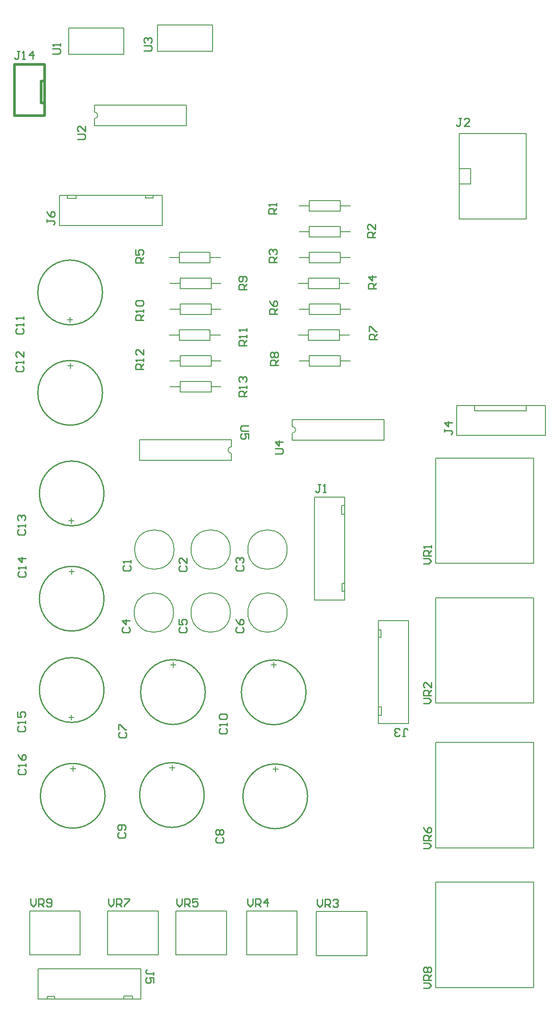
<source format=gbr>
%TF.GenerationSoftware,Altium Limited,Altium Designer,20.2.6 (244)*%
G04 Layer_Color=65535*
%FSLAX25Y25*%
%MOIN*%
%TF.SameCoordinates,4E670328-AEE6-478B-A443-65E8FA6A96A8*%
%TF.FilePolarity,Positive*%
%TF.FileFunction,Legend,Top*%
%TF.Part,Single*%
G01*
G75*
%TA.AperFunction,NonConductor*%
%ADD44C,0.01000*%
%ADD45C,0.00787*%
%ADD46C,0.01968*%
%ADD47C,0.00700*%
D44*
X638039Y546654D02*
G03*
X638039Y546654I-24654J0D01*
G01*
X639220Y389961D02*
G03*
X639220Y389961I-24654J0D01*
G01*
X638039Y623032D02*
G03*
X638039Y623032I-24654J0D01*
G01*
X639220Y320472D02*
G03*
X639220Y320472I-24654J0D01*
G01*
Y470079D02*
G03*
X639220Y470079I-24654J0D01*
G01*
X640008Y239961D02*
G03*
X640008Y239961I-24654J0D01*
G01*
X716385Y318897D02*
G03*
X716385Y318897I-24654J0D01*
G01*
X794337Y239567D02*
G03*
X794337Y239567I-24654J0D01*
G01*
X715597Y240551D02*
G03*
X715597Y240551I-24654J0D01*
G01*
X793157Y318701D02*
G03*
X793157Y318701I-24654J0D01*
G01*
X898445Y518808D02*
Y516808D01*
Y517808D01*
X903443D01*
X904443Y516808D01*
Y515809D01*
X903443Y514809D01*
X904443Y523806D02*
X898445D01*
X901444Y520807D01*
Y524806D01*
X882433Y310266D02*
X886431D01*
X888431Y312265D01*
X886431Y314264D01*
X882433D01*
X888431Y316264D02*
X882433D01*
Y319263D01*
X883432Y320262D01*
X885432D01*
X886431Y319263D01*
Y316264D01*
Y318263D02*
X888431Y320262D01*
Y326260D02*
Y322262D01*
X884432Y326260D01*
X883432D01*
X882433Y325261D01*
Y323261D01*
X883432Y322262D01*
X882433Y416565D02*
X886431D01*
X888431Y418564D01*
X886431Y420564D01*
X882433D01*
X888431Y422563D02*
X882433D01*
Y425562D01*
X883432Y426561D01*
X885432D01*
X886431Y425562D01*
Y422563D01*
Y424562D02*
X888431Y426561D01*
Y428561D02*
Y430560D01*
Y429561D01*
X882433D01*
X883432Y428561D01*
X669593Y807087D02*
X674591D01*
X675591Y808086D01*
Y810086D01*
X674591Y811085D01*
X669593D01*
X670592Y813085D02*
X669593Y814084D01*
Y816084D01*
X670592Y817083D01*
X671592D01*
X672591Y816084D01*
Y815084D01*
Y816084D01*
X673591Y817083D01*
X674591D01*
X675591Y816084D01*
Y814084D01*
X674591Y813085D01*
X599907Y804724D02*
X604906D01*
X605906Y805724D01*
Y807723D01*
X604906Y808723D01*
X599907D01*
X605906Y810723D02*
Y812722D01*
Y811722D01*
X599907D01*
X600907Y810723D01*
X618781Y739524D02*
X623779D01*
X624779Y740524D01*
Y742523D01*
X623779Y743523D01*
X618781D01*
X624779Y749521D02*
Y745522D01*
X620780Y749521D01*
X619781D01*
X618781Y748521D01*
Y746522D01*
X619781Y745522D01*
X846063Y664961D02*
X840065D01*
Y667960D01*
X841065Y668959D01*
X843064D01*
X844064Y667960D01*
Y664961D01*
Y666960D02*
X846063Y668959D01*
Y674957D02*
Y670959D01*
X842064Y674957D01*
X841065D01*
X840065Y673958D01*
Y671958D01*
X841065Y670959D01*
X770472Y683071D02*
X764474D01*
Y686070D01*
X765474Y687070D01*
X767473D01*
X768473Y686070D01*
Y683071D01*
Y685070D02*
X770472Y687070D01*
Y689069D02*
Y691068D01*
Y690069D01*
X764474D01*
X765474Y689069D01*
X911479Y755604D02*
X909480D01*
X910479D01*
Y750606D01*
X909480Y749606D01*
X908480D01*
X907480Y750606D01*
X917477Y749606D02*
X913478D01*
X917477Y753605D01*
Y754605D01*
X916477Y755604D01*
X914478D01*
X913478Y754605D01*
X676828Y103540D02*
Y105539D01*
Y104539D01*
X671830D01*
X670830Y105539D01*
Y106538D01*
X671830Y107538D01*
X676828Y97541D02*
Y101540D01*
X673829D01*
X674829Y99541D01*
Y98541D01*
X673829Y97541D01*
X671830D01*
X670830Y98541D01*
Y100540D01*
X671830Y101540D01*
X866531Y285376D02*
X868531D01*
X867531D01*
Y290375D01*
X868531Y291374D01*
X869531D01*
X870530Y290375D01*
X864532Y286376D02*
X863533Y285376D01*
X861533D01*
X860534Y286376D01*
Y287376D01*
X861533Y288375D01*
X862533D01*
X861533D01*
X860534Y289375D01*
Y290375D01*
X861533Y291374D01*
X863533D01*
X864532Y290375D01*
X804335Y476828D02*
X802335D01*
X803335D01*
Y471830D01*
X802335Y470830D01*
X801336D01*
X800336Y471830D01*
X806334Y470830D02*
X808333D01*
X807334D01*
Y476828D01*
X806334Y475829D01*
X740671Y368172D02*
X739671Y367172D01*
Y365173D01*
X740671Y364173D01*
X744670D01*
X745669Y365173D01*
Y367172D01*
X744670Y368172D01*
X739671Y374170D02*
X740671Y372171D01*
X742670Y370171D01*
X744670D01*
X745669Y371171D01*
Y373170D01*
X744670Y374170D01*
X743670D01*
X742670Y373170D01*
Y370171D01*
X697364Y368172D02*
X696364Y367172D01*
Y365173D01*
X697364Y364173D01*
X701363D01*
X702362Y365173D01*
Y367172D01*
X701363Y368172D01*
X696364Y374170D02*
Y370171D01*
X699363D01*
X698363Y372171D01*
Y373170D01*
X699363Y374170D01*
X701363D01*
X702362Y373170D01*
Y371171D01*
X701363Y370171D01*
X654057Y368172D02*
X653057Y367172D01*
Y365173D01*
X654057Y364173D01*
X658055D01*
X659055Y365173D01*
Y367172D01*
X658055Y368172D01*
X659055Y373170D02*
X653057D01*
X656056Y370171D01*
Y374170D01*
X740671Y415416D02*
X739671Y414416D01*
Y412417D01*
X740671Y411417D01*
X744670D01*
X745669Y412417D01*
Y414416D01*
X744670Y415416D01*
X740671Y417415D02*
X739671Y418415D01*
Y420414D01*
X740671Y421414D01*
X741671D01*
X742670Y420414D01*
Y419415D01*
Y420414D01*
X743670Y421414D01*
X744670D01*
X745669Y420414D01*
Y418415D01*
X744670Y417415D01*
X595613Y678744D02*
Y676745D01*
Y677744D01*
X600611D01*
X601611Y676745D01*
Y675745D01*
X600611Y674745D01*
X595613Y684742D02*
X596612Y682743D01*
X598612Y680743D01*
X600611D01*
X601611Y681743D01*
Y683742D01*
X600611Y684742D01*
X599611D01*
X598612Y683742D01*
Y680743D01*
X769568Y500154D02*
X774567D01*
X775566Y501154D01*
Y503153D01*
X774567Y504153D01*
X769568D01*
X775566Y509151D02*
X769568D01*
X772568Y506152D01*
Y510151D01*
X748032Y625197D02*
X742033D01*
Y628196D01*
X743033Y629196D01*
X745033D01*
X746032Y628196D01*
Y625197D01*
Y627196D02*
X748032Y629196D01*
X747032Y631195D02*
X748032Y632195D01*
Y634194D01*
X747032Y635194D01*
X743033D01*
X742033Y634194D01*
Y632195D01*
X743033Y631195D01*
X744033D01*
X745033Y632195D01*
Y635194D01*
X772047Y567717D02*
X766049D01*
Y570716D01*
X767049Y571715D01*
X769048D01*
X770048Y570716D01*
Y567717D01*
Y569716D02*
X772047Y571715D01*
X767049Y573715D02*
X766049Y574714D01*
Y576714D01*
X767049Y577713D01*
X768048D01*
X769048Y576714D01*
X770048Y577713D01*
X771048D01*
X772047Y576714D01*
Y574714D01*
X771048Y573715D01*
X770048D01*
X769048Y574714D01*
X768048Y573715D01*
X767049D01*
X769048Y574714D02*
Y576714D01*
X847244Y587402D02*
X841246D01*
Y590401D01*
X842246Y591400D01*
X844245D01*
X845245Y590401D01*
Y587402D01*
Y589401D02*
X847244Y591400D01*
X841246Y593400D02*
Y597398D01*
X842246D01*
X846244Y593400D01*
X847244D01*
X771260Y606693D02*
X765262D01*
Y609692D01*
X766261Y610692D01*
X768261D01*
X769261Y609692D01*
Y606693D01*
Y608692D02*
X771260Y610692D01*
X765262Y616690D02*
X766261Y614690D01*
X768261Y612691D01*
X770260D01*
X771260Y613691D01*
Y615690D01*
X770260Y616690D01*
X769261D01*
X768261Y615690D01*
Y612691D01*
X669291Y645669D02*
X663293D01*
Y648668D01*
X664293Y649668D01*
X666292D01*
X667292Y648668D01*
Y645669D01*
Y647669D02*
X669291Y649668D01*
X663293Y655666D02*
Y651667D01*
X666292D01*
X665293Y653667D01*
Y654666D01*
X666292Y655666D01*
X668292D01*
X669291Y654666D01*
Y652667D01*
X668292Y651667D01*
X846457Y625984D02*
X840459D01*
Y628983D01*
X841458Y629983D01*
X843458D01*
X844457Y628983D01*
Y625984D01*
Y627984D02*
X846457Y629983D01*
Y634981D02*
X840459D01*
X843458Y631982D01*
Y635981D01*
X770866Y646063D02*
X764868D01*
Y649062D01*
X765868Y650062D01*
X767867D01*
X768867Y649062D01*
Y646063D01*
Y648062D02*
X770866Y650062D01*
X765868Y652061D02*
X764868Y653061D01*
Y655060D01*
X765868Y656060D01*
X766867D01*
X767867Y655060D01*
Y654060D01*
Y655060D01*
X768867Y656060D01*
X769867D01*
X770866Y655060D01*
Y653061D01*
X769867Y652061D01*
X728073Y291203D02*
X727073Y290204D01*
Y288204D01*
X728073Y287205D01*
X732071D01*
X733071Y288204D01*
Y290204D01*
X732071Y291203D01*
X733071Y293203D02*
Y295202D01*
Y294202D01*
X727073D01*
X728073Y293203D01*
Y298201D02*
X727073Y299201D01*
Y301200D01*
X728073Y302200D01*
X732071D01*
X733071Y301200D01*
Y299201D01*
X732071Y298201D01*
X728073D01*
X650512Y212069D02*
X649513Y211070D01*
Y209070D01*
X650512Y208071D01*
X654511D01*
X655511Y209070D01*
Y211070D01*
X654511Y212069D01*
Y214069D02*
X655511Y215068D01*
Y217068D01*
X654511Y218068D01*
X650512D01*
X649513Y217068D01*
Y215068D01*
X650512Y214069D01*
X651512D01*
X652512Y215068D01*
Y218068D01*
X725315Y208132D02*
X724316Y207133D01*
Y205133D01*
X725315Y204134D01*
X729314D01*
X730314Y205133D01*
Y207133D01*
X729314Y208132D01*
X725315Y210132D02*
X724316Y211131D01*
Y213131D01*
X725315Y214130D01*
X726315D01*
X727315Y213131D01*
X728314Y214130D01*
X729314D01*
X730314Y213131D01*
Y211131D01*
X729314Y210132D01*
X728314D01*
X727315Y211131D01*
X726315Y210132D01*
X725315D01*
X727315Y211131D02*
Y213131D01*
X651300Y288447D02*
X650300Y287448D01*
Y285448D01*
X651300Y284449D01*
X655298D01*
X656298Y285448D01*
Y287448D01*
X655298Y288447D01*
X650300Y290447D02*
Y294445D01*
X651300D01*
X655298Y290447D01*
X656298D01*
X654450Y415416D02*
X653451Y414416D01*
Y412417D01*
X654450Y411417D01*
X658449D01*
X659449Y412417D01*
Y414416D01*
X658449Y415416D01*
X659449Y417415D02*
Y419415D01*
Y418415D01*
X653451D01*
X654450Y417415D01*
X697364Y415022D02*
X696364Y414023D01*
Y412023D01*
X697364Y411024D01*
X701363D01*
X702362Y412023D01*
Y414023D01*
X701363Y415022D01*
X702362Y421020D02*
Y417022D01*
X698363Y421020D01*
X697364D01*
X696364Y420021D01*
Y418021D01*
X697364Y417022D01*
X749329Y521500D02*
X744331D01*
X743331Y520500D01*
Y518501D01*
X744331Y517501D01*
X749329D01*
Y511503D02*
Y515502D01*
X746330D01*
X747330Y513502D01*
Y512502D01*
X746330Y511503D01*
X744331D01*
X743331Y512502D01*
Y514502D01*
X744331Y515502D01*
X574529Y260298D02*
X573529Y259298D01*
Y257299D01*
X574529Y256299D01*
X578528D01*
X579528Y257299D01*
Y259298D01*
X578528Y260298D01*
X579528Y262297D02*
Y264297D01*
Y263297D01*
X573529D01*
X574529Y262297D01*
X573529Y271294D02*
X574529Y269295D01*
X576529Y267296D01*
X578528D01*
X579528Y268295D01*
Y270295D01*
X578528Y271294D01*
X577528D01*
X576529Y270295D01*
Y267296D01*
X574119Y293021D02*
X573119Y292021D01*
Y290022D01*
X574119Y289022D01*
X578117D01*
X579117Y290022D01*
Y292021D01*
X578117Y293021D01*
X579117Y295021D02*
Y297020D01*
Y296020D01*
X573119D01*
X574119Y295021D01*
X573119Y304018D02*
Y300019D01*
X576118D01*
X575118Y302018D01*
Y303018D01*
X576118Y304018D01*
X578117D01*
X579117Y303018D01*
Y301019D01*
X578117Y300019D01*
X574529Y410692D02*
X573529Y409692D01*
Y407693D01*
X574529Y406693D01*
X578528D01*
X579528Y407693D01*
Y409692D01*
X578528Y410692D01*
X579528Y412691D02*
Y414690D01*
Y413691D01*
X573529D01*
X574529Y412691D01*
X579528Y420688D02*
X573529D01*
X576529Y417689D01*
Y421688D01*
X574119Y442627D02*
X573119Y441628D01*
Y439628D01*
X574119Y438629D01*
X578117D01*
X579117Y439628D01*
Y441628D01*
X578117Y442627D01*
X579117Y444627D02*
Y446626D01*
Y445626D01*
X573119D01*
X574119Y444627D01*
Y449625D02*
X573119Y450625D01*
Y452624D01*
X574119Y453624D01*
X575118D01*
X576118Y452624D01*
Y451624D01*
Y452624D01*
X577118Y453624D01*
X578117D01*
X579117Y452624D01*
Y450625D01*
X578117Y449625D01*
X572954Y566991D02*
X571955Y565991D01*
Y563992D01*
X572954Y562992D01*
X576953D01*
X577953Y563992D01*
Y565991D01*
X576953Y566991D01*
X577953Y568990D02*
Y570990D01*
Y569990D01*
X571955D01*
X572954Y568990D01*
X577953Y577987D02*
Y573989D01*
X573954Y577987D01*
X572954D01*
X571955Y576988D01*
Y574988D01*
X572954Y573989D01*
X572937Y595580D02*
X571938Y594581D01*
Y592581D01*
X572937Y591581D01*
X576936D01*
X577936Y592581D01*
Y594581D01*
X576936Y595580D01*
X577936Y597580D02*
Y599579D01*
Y598579D01*
X571938D01*
X572937Y597580D01*
X577936Y602578D02*
Y604577D01*
Y603578D01*
X571938D01*
X572937Y602578D01*
X669291Y601968D02*
X663293D01*
Y604967D01*
X664293Y605967D01*
X666292D01*
X667292Y604967D01*
Y601968D01*
Y603968D02*
X669291Y605967D01*
Y607967D02*
Y609966D01*
Y608966D01*
X663293D01*
X664293Y607967D01*
Y612965D02*
X663293Y613965D01*
Y615964D01*
X664293Y616964D01*
X668292D01*
X669291Y615964D01*
Y613965D01*
X668292Y612965D01*
X664293D01*
X748032Y582677D02*
X742033D01*
Y585676D01*
X743033Y586676D01*
X745033D01*
X746032Y585676D01*
Y582677D01*
Y584677D02*
X748032Y586676D01*
Y588675D02*
Y590675D01*
Y589675D01*
X742033D01*
X743033Y588675D01*
X748032Y593674D02*
Y595673D01*
Y594673D01*
X742033D01*
X743033Y593674D01*
X669291Y564567D02*
X663293D01*
Y567566D01*
X664293Y568566D01*
X666292D01*
X667292Y567566D01*
Y564567D01*
Y566566D02*
X669291Y568566D01*
Y570565D02*
Y572564D01*
Y571565D01*
X663293D01*
X664293Y570565D01*
X669291Y579562D02*
Y575563D01*
X665293Y579562D01*
X664293D01*
X663293Y578562D01*
Y576563D01*
X664293Y575563D01*
X748032Y544095D02*
X742033D01*
Y547093D01*
X743033Y548093D01*
X745033D01*
X746032Y547093D01*
Y544095D01*
Y546094D02*
X748032Y548093D01*
Y550093D02*
Y552092D01*
Y551092D01*
X742033D01*
X743033Y550093D01*
Y555091D02*
X742033Y556091D01*
Y558090D01*
X743033Y559090D01*
X744033D01*
X745033Y558090D01*
Y557090D01*
Y558090D01*
X746032Y559090D01*
X747032D01*
X748032Y558090D01*
Y556091D01*
X747032Y555091D01*
X882433Y200029D02*
X886431D01*
X888431Y202029D01*
X886431Y204028D01*
X882433D01*
X888431Y206027D02*
X882433D01*
Y209026D01*
X883432Y210026D01*
X885432D01*
X886431Y209026D01*
Y206027D01*
Y208027D02*
X888431Y210026D01*
X882433Y216024D02*
X883432Y214025D01*
X885432Y212025D01*
X887431D01*
X888431Y213025D01*
Y215024D01*
X887431Y216024D01*
X886431D01*
X885432Y215024D01*
Y212025D01*
X882433Y93730D02*
X886431D01*
X888431Y95729D01*
X886431Y97729D01*
X882433D01*
X888431Y99728D02*
X882433D01*
Y102727D01*
X883432Y103727D01*
X885432D01*
X886431Y102727D01*
Y99728D01*
Y101727D02*
X888431Y103727D01*
X883432Y105726D02*
X882433Y106726D01*
Y108725D01*
X883432Y109725D01*
X884432D01*
X885432Y108725D01*
X886431Y109725D01*
X887431D01*
X888431Y108725D01*
Y106726D01*
X887431Y105726D01*
X886431D01*
X885432Y106726D01*
X884432Y105726D01*
X883432D01*
X885432Y106726D02*
Y108725D01*
X574994Y806462D02*
X572995D01*
X573995D01*
Y801464D01*
X572995Y800464D01*
X571995D01*
X570996Y801464D01*
X576994Y800464D02*
X578993D01*
X577993D01*
Y806462D01*
X576994Y805463D01*
X584991Y800464D02*
Y806462D01*
X581992Y803463D01*
X585991D01*
X801667Y161378D02*
Y157379D01*
X803666Y155380D01*
X805665Y157379D01*
Y161378D01*
X807665Y155380D02*
Y161378D01*
X810664D01*
X811663Y160378D01*
Y158379D01*
X810664Y157379D01*
X807665D01*
X809664D02*
X811663Y155380D01*
X813663Y160378D02*
X814662Y161378D01*
X816662D01*
X817661Y160378D01*
Y159379D01*
X816662Y158379D01*
X815662D01*
X816662D01*
X817661Y157379D01*
Y156380D01*
X816662Y155380D01*
X814662D01*
X813663Y156380D01*
X748517Y161772D02*
Y157773D01*
X750516Y155774D01*
X752516Y157773D01*
Y161772D01*
X754515Y155774D02*
Y161772D01*
X757514D01*
X758514Y160772D01*
Y158773D01*
X757514Y157773D01*
X754515D01*
X756514D02*
X758514Y155774D01*
X763512D02*
Y161772D01*
X760513Y158773D01*
X764512D01*
X694580Y161772D02*
Y157773D01*
X696579Y155774D01*
X698579Y157773D01*
Y161772D01*
X700578Y155774D02*
Y161772D01*
X703577D01*
X704577Y160772D01*
Y158773D01*
X703577Y157773D01*
X700578D01*
X702577D02*
X704577Y155774D01*
X710575Y161772D02*
X706576D01*
Y158773D01*
X708575Y159772D01*
X709575D01*
X710575Y158773D01*
Y156773D01*
X709575Y155774D01*
X707576D01*
X706576Y156773D01*
X642611Y161772D02*
Y157773D01*
X644611Y155774D01*
X646610Y157773D01*
Y161772D01*
X648609Y155774D02*
Y161772D01*
X651609D01*
X652608Y160772D01*
Y158773D01*
X651609Y157773D01*
X648609D01*
X650609D02*
X652608Y155774D01*
X654607Y161772D02*
X658606D01*
Y160772D01*
X654607Y156773D01*
Y155774D01*
X583163Y161772D02*
Y157773D01*
X585162Y155774D01*
X587161Y157773D01*
Y161772D01*
X589161Y155774D02*
Y161772D01*
X592160D01*
X593159Y160772D01*
Y158773D01*
X592160Y157773D01*
X589161D01*
X591160D02*
X593159Y155774D01*
X595159Y156773D02*
X596158Y155774D01*
X598158D01*
X599157Y156773D01*
Y160772D01*
X598158Y161772D01*
X596158D01*
X595159Y160772D01*
Y159772D01*
X596158Y158773D01*
X599157D01*
D45*
X631929Y755374D02*
G03*
X631929Y760374I0J2500D01*
G01*
X735472Y427362D02*
G03*
X735472Y427362I-15000J0D01*
G01*
X692559Y427362D02*
G03*
X692559Y427362I-15000J0D01*
G01*
X778780Y427362D02*
G03*
X778780Y427362I-15000J0D01*
G01*
X692164Y379412D02*
G03*
X692164Y379412I-15000J0D01*
G01*
X735471D02*
G03*
X735471Y379412I-15000J0D01*
G01*
X778778D02*
G03*
X778778Y379412I-15000J0D01*
G01*
X736181Y505650D02*
G03*
X736181Y500650I0J-2500D01*
G01*
X782717Y516004D02*
G03*
X782717Y521004I0J2500D01*
G01*
X611583Y567421D02*
X615583D01*
X613583Y565421D02*
Y569421D01*
X582579Y152362D02*
X621063D01*
X582579Y118799D02*
X621161D01*
X582579D02*
Y152362D01*
X621063Y118799D02*
Y152362D01*
X612764Y410728D02*
X616764D01*
X614764Y408728D02*
Y412728D01*
X631929Y750098D02*
Y755374D01*
Y760374D02*
Y765650D01*
X701929D01*
Y750098D02*
Y765650D01*
X631929Y750098D02*
X701929D01*
X611189Y602264D02*
X615189D01*
X613189Y600264D02*
Y604264D01*
X918701Y705512D02*
Y709449D01*
X909842Y705512D02*
X918701D01*
X909842D02*
Y717323D01*
X918701D01*
Y709449D02*
Y717323D01*
X909842Y722244D02*
Y743898D01*
X961024D01*
Y678937D02*
Y743898D01*
X909842Y678937D02*
X961024D01*
X909842D02*
Y722244D01*
X721949Y806496D02*
Y826673D01*
X679921Y806496D02*
X721949D01*
X679921D02*
Y826673D01*
X721949D01*
X654232Y804134D02*
Y824311D01*
X612205Y804134D02*
X654232D01*
X612205D02*
Y824311D01*
X654232D01*
X612370Y299705D02*
X616370D01*
X614370Y297705D02*
Y301705D01*
Y447311D02*
Y451311D01*
X612370Y449311D02*
X616370D01*
X615551Y258728D02*
Y262728D01*
X613551Y260728D02*
X617551D01*
X691928Y337665D02*
Y341665D01*
X689928Y339665D02*
X693928D01*
X769881Y258335D02*
Y262335D01*
X767881Y260335D02*
X771881D01*
X691141Y259319D02*
Y263319D01*
X689141Y261319D02*
X693141D01*
X768701Y337468D02*
Y341468D01*
X766701Y339468D02*
X770701D01*
X680512Y118799D02*
Y152362D01*
X642028Y118799D02*
Y152362D01*
Y118799D02*
X680610D01*
X642028Y152362D02*
X680512D01*
X732480Y118799D02*
Y152362D01*
X693996Y118799D02*
Y152362D01*
Y118799D02*
X732579D01*
X693996Y152362D02*
X732480D01*
X786417Y118799D02*
Y152362D01*
X747933Y118799D02*
Y152362D01*
Y118799D02*
X786516D01*
X747933Y152362D02*
X786417D01*
X839567Y118406D02*
Y151969D01*
X801083Y118406D02*
Y151969D01*
Y118406D02*
X839665D01*
X801083Y151969D02*
X839567D01*
X966288Y93996D02*
X966436Y94143D01*
X891829Y93996D02*
X966288D01*
X891829D02*
Y174212D01*
X966436D01*
Y94143D02*
Y174212D01*
X966288Y200295D02*
X966436Y200443D01*
X891830Y200295D02*
X966288D01*
X891830D02*
Y280512D01*
X966436D01*
Y200443D02*
Y280512D01*
X966288Y416831D02*
X966436Y416978D01*
X891830Y416831D02*
X966288D01*
X891830D02*
Y497047D01*
X966436D01*
Y416978D02*
Y497047D01*
X966288Y310531D02*
X966436Y310679D01*
X891830Y310531D02*
X966288D01*
X891830D02*
Y390748D01*
X966436D01*
Y310679D02*
Y390748D01*
X605118Y674606D02*
Y697047D01*
X683563D01*
Y674114D02*
Y697047D01*
X605118Y674114D02*
X683563D01*
X605118D02*
Y674606D01*
X611417Y694586D02*
Y696752D01*
Y694586D02*
X618012D01*
Y696752D01*
X676673Y695079D02*
Y696752D01*
X670768Y695079D02*
X676673D01*
X670768D02*
Y696949D01*
X800197Y467323D02*
X822638D01*
Y388878D02*
Y467323D01*
X799705Y388878D02*
X822638D01*
X799705D02*
Y467323D01*
X800197D01*
X820177Y461024D02*
X822343D01*
X820177Y454429D02*
Y461024D01*
Y454429D02*
X822343D01*
X820669Y395768D02*
X822343D01*
X820669D02*
Y401673D01*
X822539D01*
X848228Y294882D02*
X870669D01*
X848228D02*
Y373327D01*
X871161D01*
Y294882D02*
Y373327D01*
X870669Y294882D02*
X871161D01*
X848524Y301181D02*
X850689D01*
Y307776D01*
X848524D02*
X850689D01*
X848524Y366437D02*
X850197D01*
Y360531D02*
Y366437D01*
X848327Y360531D02*
X850197D01*
X667323Y85236D02*
Y107677D01*
X588878Y85236D02*
X667323D01*
X588878D02*
Y108169D01*
X667323D01*
Y107677D02*
Y108169D01*
X661024Y85532D02*
Y87697D01*
X654429D02*
X661024D01*
X654429Y85532D02*
Y87697D01*
X595768Y85532D02*
Y87205D01*
X601673D01*
Y85335D02*
Y87205D01*
X666181Y510925D02*
X736181D01*
X666181Y495374D02*
Y510925D01*
Y495374D02*
X736181D01*
Y500650D01*
Y505650D02*
Y510925D01*
X782717Y510728D02*
X852717D01*
Y526280D01*
X782717D02*
X852717D01*
X782717Y521004D02*
Y526280D01*
Y510728D02*
Y516004D01*
X720866Y547244D02*
Y550394D01*
X697244Y547244D02*
X720866D01*
X697244D02*
Y555118D01*
X689370Y551181D02*
X697244D01*
X721059D02*
X728346D01*
X720866Y550394D02*
Y555118D01*
X697244D02*
X720866D01*
X720866Y566929D02*
Y570079D01*
X697244Y566929D02*
X720866D01*
X697244D02*
Y574803D01*
X689370Y570866D02*
X697244D01*
X721059D02*
X728346D01*
X720866Y570079D02*
Y574803D01*
X697244D02*
X720866D01*
X696457Y591339D02*
Y594488D01*
X720079D01*
Y586614D02*
Y594488D01*
Y590551D02*
X727953D01*
X688976D02*
X696264D01*
X696457Y586614D02*
Y591339D01*
Y586614D02*
X720079D01*
X720866Y606299D02*
Y609449D01*
X697244Y606299D02*
X720866D01*
X697244D02*
Y614173D01*
X689370Y610236D02*
X697244D01*
X721059D02*
X728346D01*
X720866Y609449D02*
Y614173D01*
X697244D02*
X720866D01*
X819291Y645669D02*
Y648819D01*
X795669Y645669D02*
X819291D01*
X795669D02*
Y653543D01*
X787795Y649606D02*
X795669D01*
X819484D02*
X826772D01*
X819291Y648819D02*
Y653543D01*
X795669D02*
X819291D01*
X794882Y630709D02*
Y633858D01*
X818504D01*
Y625984D02*
Y633858D01*
Y629921D02*
X826378D01*
X787402D02*
X794689D01*
X794882Y625984D02*
Y630709D01*
Y625984D02*
X818504D01*
X696457Y650394D02*
Y653543D01*
X720079D01*
Y645669D02*
Y653543D01*
Y649606D02*
X727953D01*
X688976D02*
X696264D01*
X696457Y645669D02*
Y650394D01*
Y645669D02*
X720079D01*
X819291Y606299D02*
Y609449D01*
X795669Y606299D02*
X819291D01*
X795669D02*
Y614173D01*
X787795Y610236D02*
X795669D01*
X819484D02*
X826772D01*
X819291Y609449D02*
Y614173D01*
X795669D02*
X819291D01*
X794882Y591339D02*
Y594488D01*
X818504D01*
Y586614D02*
Y594488D01*
Y590551D02*
X826378D01*
X787401D02*
X794689D01*
X794882Y586614D02*
Y591339D01*
Y586614D02*
X818504D01*
X819291Y566929D02*
Y570079D01*
X795669Y566929D02*
X819291D01*
X795669D02*
Y574803D01*
X787795Y570866D02*
X795669D01*
X819484D02*
X826772D01*
X819291Y570079D02*
Y574803D01*
X795669D02*
X819291D01*
X720866Y625984D02*
Y629134D01*
X697244Y625984D02*
X720866D01*
X697244D02*
Y633858D01*
X689370Y629921D02*
X697244D01*
X721059D02*
X728347D01*
X720866Y629134D02*
Y633858D01*
X697244D02*
X720866D01*
X819291Y685039D02*
Y688189D01*
X795669Y685039D02*
X819291D01*
X795669D02*
Y692913D01*
X787795Y688976D02*
X795669D01*
X819484D02*
X826772D01*
X819291Y688189D02*
Y692913D01*
X795669D02*
X819291D01*
X819291Y665354D02*
Y668504D01*
X795669Y665354D02*
X819291D01*
X795669D02*
Y673228D01*
X787795Y669291D02*
X795669D01*
X819484D02*
X826772D01*
X819291Y668504D02*
Y673228D01*
X795669D02*
X819291D01*
D46*
X571063Y796457D02*
X571260D01*
X571063Y757480D02*
Y796457D01*
Y757480D02*
X593996D01*
Y796457D01*
X571260D02*
X593996D01*
X591142Y783957D02*
X593898D01*
X591142Y767224D02*
Y783957D01*
Y767224D02*
X593701D01*
Y767618D01*
D47*
X907835Y518110D02*
Y518504D01*
X975551Y514173D02*
Y537008D01*
X907835D02*
X975551D01*
X907835Y514173D02*
Y537008D01*
Y514173D02*
X975551D01*
X921493Y532959D02*
Y536859D01*
Y532959D02*
X961093D01*
Y536759D01*
%TF.MD5,baf31da597ad45e9e910eba97feef31d*%
M02*

</source>
